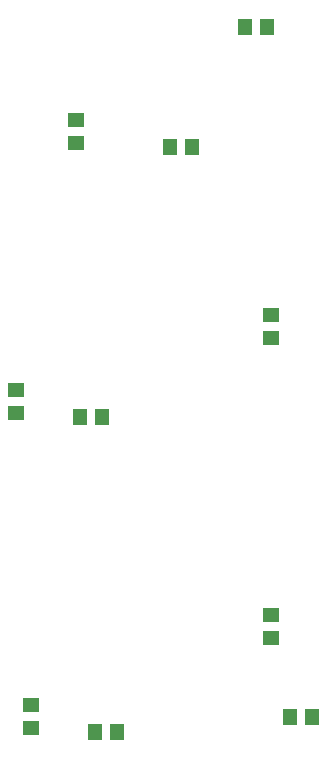
<source format=gbr>
G04 EasyPC Gerber Version 20.0.2 Build 4112 *
G04 #@! TF.Part,Single*
G04 #@! TF.FileFunction,Paste,Top *
%FSLAX35Y35*%
%MOIN*%
G04 #@! TA.AperFunction,SMDPad*
%ADD74R,0.04700X0.05600*%
%ADD73R,0.05600X0.04700*%
X0Y0D02*
D02*
D73*
X213250Y134480D03*
Y141980D03*
X218250Y29480D03*
Y36980D03*
X233250Y224480D03*
Y231980D03*
X298250Y59480D03*
Y66980D03*
Y159480D03*
Y166980D03*
D02*
D74*
X234500Y133230D03*
X239500Y28230D03*
X242000Y133230D03*
X247000Y28230D03*
X264500Y223230D03*
X272000D03*
X289500Y263230D03*
X297000D03*
X304500Y33230D03*
X312000D03*
X0Y0D02*
M02*

</source>
